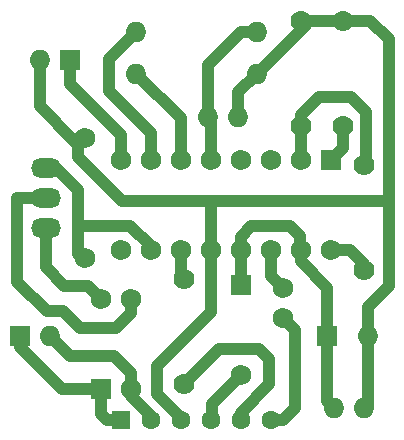
<source format=gbl>
%FSLAX24Y24*%
%MOIN*%
G70*
G01*
G75*
G04 Layer_Physical_Order=2*
G04 Layer_Color=16711680*
%ADD10C,0.0394*%
%ADD11C,0.0700*%
%ADD12C,0.0630*%
%ADD13R,0.0630X0.0630*%
%ADD14R,0.0691X0.0694*%
%ADD15O,0.0691X0.0694*%
%ADD16R,0.0694X0.0691*%
%ADD17O,0.0694X0.0691*%
%ADD18O,0.1000X0.0660*%
D10*
X3685Y488D02*
X4131D01*
X3482Y691D02*
X3685Y488D01*
X3482Y691D02*
Y1512D01*
X5103Y461D02*
X5131Y433D01*
X6131Y488D02*
Y564D01*
X5336Y1359D02*
X6131Y564D01*
X9094Y1693D02*
Y2520D01*
X8131Y729D02*
X9094Y1693D01*
X8131Y488D02*
Y729D01*
X9531Y488D02*
X9931Y888D01*
X9131Y488D02*
X9531D01*
X7166Y626D02*
Y1024D01*
X7131Y591D02*
X7166Y626D01*
X7131Y488D02*
Y591D01*
X7166Y1024D02*
X8131Y1988D01*
X12381Y4271D02*
X13071Y4961D01*
Y7795D01*
X12381Y3288D02*
Y4271D01*
X12231Y888D02*
X12381Y1038D01*
Y3288D01*
X11003Y1116D02*
X11231Y888D01*
X11003Y1116D02*
Y3288D01*
Y4903D01*
X10131Y5775D02*
X11003Y4903D01*
X9131Y5288D02*
X9531Y4888D01*
X9131Y5288D02*
Y6154D01*
X9931Y888D02*
Y3488D01*
X9531Y3888D02*
X9931Y3488D01*
X8748Y2867D02*
X9094Y2520D01*
X7409Y2867D02*
X8748D01*
X6231Y1688D02*
X7409Y2867D01*
X11814Y11260D02*
X12326Y10748D01*
X10748Y11260D02*
X11814D01*
X12326Y9083D02*
Y10748D01*
X1980Y8887D02*
X2717Y8150D01*
X1389Y8887D02*
X1980D01*
X682Y5106D02*
Y7887D01*
Y5106D02*
X1670Y4117D01*
X1631Y6588D02*
X1654Y6565D01*
X1631Y6588D02*
Y6888D01*
Y5574D02*
Y6588D01*
Y5574D02*
X2244Y4961D01*
X2431Y11850D02*
Y12488D01*
Y11703D02*
Y11850D01*
X4131Y9154D02*
Y10003D01*
X2431Y11703D02*
X4131Y10003D01*
X7126Y7795D02*
X13071D01*
Y13180D01*
X12462Y13788D02*
X13071Y13180D01*
X12231Y8988D02*
X12326Y9083D01*
X11765Y6154D02*
X12207Y5711D01*
X12205Y5709D02*
X12231Y5683D01*
Y5488D02*
Y5683D01*
X9786Y6946D02*
X10118Y6614D01*
X8131Y6595D02*
X8482Y6946D01*
X1431Y10946D02*
X2606Y9771D01*
X2707Y9262D02*
Y9872D01*
X4173Y7795D02*
X7126D01*
X2707Y9872D02*
X2731Y9896D01*
X2707Y9262D02*
X4173Y7795D01*
X7126D02*
X7131Y7791D01*
X11265Y6154D02*
X11765D01*
X11131D02*
X11265D01*
X10131Y10643D02*
X10748Y11260D01*
X10131Y10288D02*
Y10643D01*
Y9154D02*
Y10288D01*
X7131Y6154D02*
Y7791D01*
X4458Y6946D02*
X5131Y6274D01*
Y6154D02*
Y6274D01*
X8482Y6946D02*
X9786D01*
X2975D02*
X4458D01*
X6131Y5288D02*
X6231Y5188D01*
X6131Y5288D02*
Y6154D01*
X5336Y2304D02*
X7131Y4099D01*
X5336Y1359D02*
Y2304D01*
X7131Y4099D02*
Y6154D01*
X8131Y5246D02*
Y6154D01*
Y4988D02*
Y5246D01*
X8131Y5246D01*
X8131Y6154D02*
X8131Y6154D01*
X10131Y5775D02*
Y6154D01*
X11531Y13788D02*
X12462D01*
X10299D02*
X11531D01*
X10131D02*
X10299D01*
Y13668D02*
Y13788D01*
X10131Y13499D02*
X10299Y13668D01*
X10131Y13499D02*
Y13788D01*
X8666Y12035D02*
X10131Y13499D01*
X11531Y9554D02*
Y10288D01*
X11131Y9154D02*
X11531Y9554D01*
X2189Y1512D02*
X3291D01*
X1670Y4117D02*
X2221D01*
X2795Y3543D01*
X3976D02*
X4482Y4049D01*
X2795Y3543D02*
X3976D01*
X1782Y3287D02*
X2431Y2638D01*
X3898D01*
X782Y2919D02*
X2189Y1512D01*
X3033Y4961D02*
X3482Y4512D01*
X4482Y1512D02*
Y2054D01*
X3898Y2638D02*
X4482Y2054D01*
X10118Y6167D02*
Y6614D01*
X8131Y6154D02*
Y6595D01*
X10118Y6167D02*
X10131Y6154D01*
X4482Y4049D02*
Y4512D01*
X782Y2919D02*
Y3287D01*
X7131Y9154D02*
Y10503D01*
X7059Y10575D02*
X7131Y10503D01*
X7059Y10575D02*
Y12335D01*
X8159Y13435D02*
X8666D01*
X7059Y12335D02*
X8159Y13435D01*
X8059Y10575D02*
Y11428D01*
X8666Y12035D01*
X4650D02*
X6131Y10554D01*
Y9154D02*
Y10554D01*
X682Y7887D02*
X729D01*
X2717Y6009D02*
Y8150D01*
X682Y7887D02*
X1329D01*
X1331Y7888D01*
X2244Y4961D02*
X3033D01*
X3740Y11457D02*
Y12524D01*
X4650Y13435D01*
X1431Y10946D02*
Y12488D01*
X5131Y9154D02*
Y10066D01*
X3740Y11457D02*
X5131Y10066D01*
X4482Y1276D02*
X5131Y627D01*
X4482Y1276D02*
Y1512D01*
D11*
X12231Y5488D02*
D03*
Y8988D02*
D03*
X6231Y1688D02*
D03*
Y5188D02*
D03*
X10131Y10288D02*
D03*
Y13788D02*
D03*
X11531Y10288D02*
D03*
Y13788D02*
D03*
D12*
X9131Y488D02*
D03*
X8131D02*
D03*
X7131D02*
D03*
X6131D02*
D03*
X5131D02*
D03*
D13*
X4131D02*
D03*
D14*
X11131Y9154D02*
D03*
X3482Y1512D02*
D03*
X8131Y4988D02*
D03*
D15*
X10131Y9154D02*
D03*
X9131D02*
D03*
X8131D02*
D03*
X7131D02*
D03*
X6131D02*
D03*
X5131D02*
D03*
X4131D02*
D03*
X11131Y6154D02*
D03*
X10131D02*
D03*
X9131D02*
D03*
X8131D02*
D03*
X7131D02*
D03*
X6131D02*
D03*
X5131D02*
D03*
X4131D02*
D03*
X4482Y1512D02*
D03*
Y4512D02*
D03*
X3482D02*
D03*
X2931Y9896D02*
D03*
Y5880D02*
D03*
X9531Y3888D02*
D03*
Y4888D02*
D03*
X8131Y1988D02*
D03*
D16*
X782Y3287D02*
D03*
X2431Y12488D02*
D03*
X11003Y3288D02*
D03*
D17*
X1782Y3287D02*
D03*
X1431Y12488D02*
D03*
X8666Y13435D02*
D03*
X4650D02*
D03*
Y12035D02*
D03*
X8666D02*
D03*
X7059Y10575D02*
D03*
X8059D02*
D03*
X12381Y3288D02*
D03*
X12231Y888D02*
D03*
X11231D02*
D03*
D18*
X1631Y6888D02*
D03*
Y7888D02*
D03*
Y8888D02*
D03*
M02*

</source>
